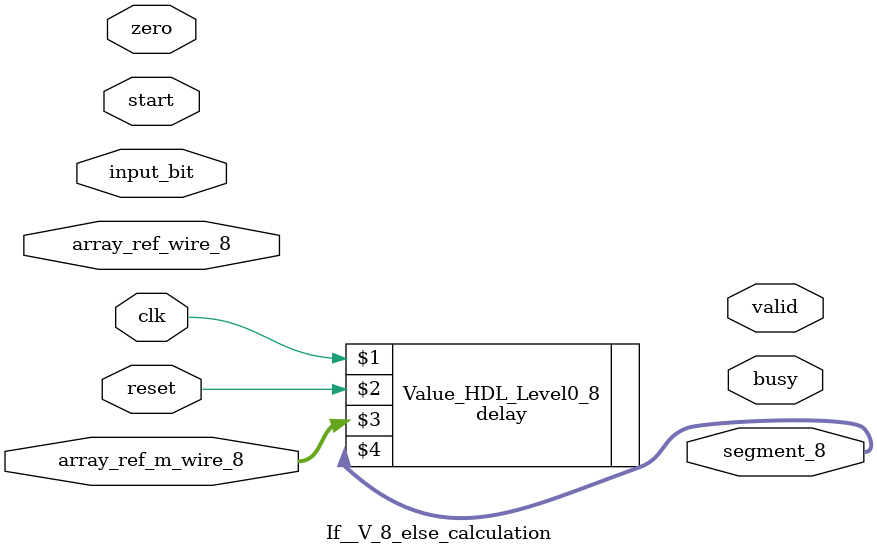
<source format=v>
module If__V_8_else_calculation(input [31:0]input_bit, input [31:0]zero, input [31:0]array_ref_wire_8, input [31:0]array_ref_m_wire_8, output [31:0]segment_8, input clk, input reset, input start, output valid, output busy);



	//Proceed with segment_8 = delay(array_ref_m_wire_8) 
	wire [31:0]segment_8;
	delay Value_HDL_Level0_8 ( clk, reset, array_ref_m_wire_8, segment_8);




endmodule

</source>
